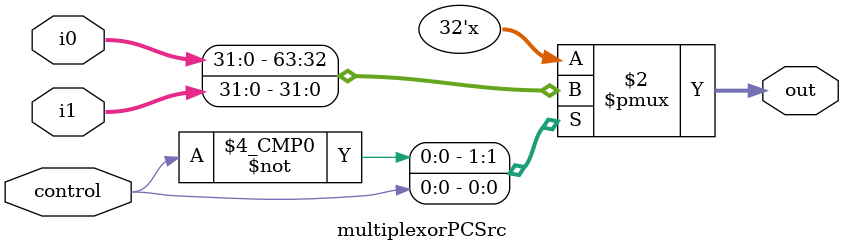
<source format=v>
module multiplexorRegDst(
	input wire[4:0] i0, i1,
	input wire control,
	output reg[4:0] out
	);

	reg[4:0] dontcare;

	always @ (i0, i1, control) begin
		case(control)
			0: out <= i0;
			1: out <= i1;
			default: out <= dontcare;
		endcase
	end
endmodule

module multiplexorALUSrc(
	input wire[31:0] i0, i1,
	input wire control,
	output reg[31:0] out
	);

	reg[31:0] dontcare;

	always @ (i0, i1, control) begin
		case(control)
			0: out <= i0;
			1: out <= i1;
			default: out <= dontcare;
		endcase
	end
endmodule


module multiplexorMemtoReg(
	input wire[31:0] i0, i1,
	input wire control,
	output reg[31:0] out
	);

	reg[31:0] dontcare;

	always @ (i0, i1, control) begin
		case(control)
			0: out <= i0;
			1: out <= i1;
			default: out <= dontcare;
		endcase
	end
endmodule

module multiplexorPCSrc(
	input wire[31:0] i0, i1,
	input wire control,
	output reg[31:0] out
	);

	reg[31:0] dontcare;

	always @ (i0, i1, control) begin
		case(control)
			0: out <= i0;
			1: out <= i1;
			default out <= dontcare;
		endcase
	end
endmodule

</source>
